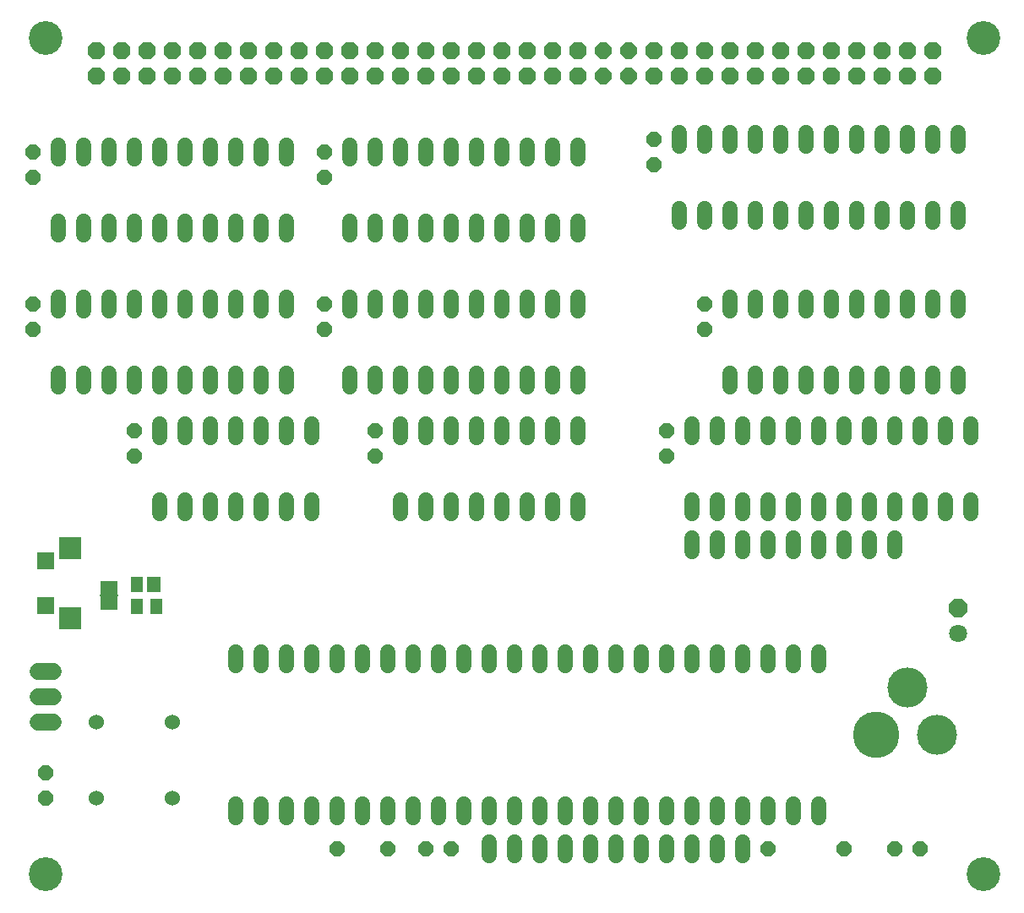
<source format=gts>
G75*
%MOIN*%
%OFA0B0*%
%FSLAX24Y24*%
%IPPOS*%
%LPD*%
%AMOC8*
5,1,8,0,0,1.08239X$1,22.5*
%
%ADD10C,0.1330*%
%ADD11C,0.0600*%
%ADD12C,0.0600*%
%ADD13R,0.0710X0.0540*%
%ADD14R,0.0720X0.0060*%
%ADD15C,0.0680*%
%ADD16OC8,0.0680*%
%ADD17R,0.0474X0.0647*%
%ADD18R,0.0552X0.0647*%
%ADD19R,0.0680X0.0680*%
%ADD20R,0.0905X0.0905*%
%ADD21OC8,0.0600*%
%ADD22C,0.1830*%
%ADD23C,0.1580*%
%ADD24OC8,0.0640*%
%ADD25OC8,0.0710*%
%ADD26C,0.0710*%
D10*
X001680Y001680D03*
X001680Y034680D03*
X038680Y034680D03*
X038680Y001680D03*
D11*
X032180Y003920D02*
X032180Y004440D01*
X031180Y004440D02*
X031180Y003920D01*
X030180Y003920D02*
X030180Y004440D01*
X029180Y004440D02*
X029180Y003920D01*
X029180Y002940D02*
X029180Y002420D01*
X028180Y002420D02*
X028180Y002940D01*
X028180Y003920D02*
X028180Y004440D01*
X027180Y004440D02*
X027180Y003920D01*
X027180Y002940D02*
X027180Y002420D01*
X026180Y002420D02*
X026180Y002940D01*
X026180Y003920D02*
X026180Y004440D01*
X025180Y004440D02*
X025180Y003920D01*
X025180Y002940D02*
X025180Y002420D01*
X024180Y002420D02*
X024180Y002940D01*
X024180Y003920D02*
X024180Y004440D01*
X023180Y004440D02*
X023180Y003920D01*
X023180Y002940D02*
X023180Y002420D01*
X022180Y002420D02*
X022180Y002940D01*
X022180Y003920D02*
X022180Y004440D01*
X021180Y004440D02*
X021180Y003920D01*
X021180Y002940D02*
X021180Y002420D01*
X020180Y002420D02*
X020180Y002940D01*
X020180Y003920D02*
X020180Y004440D01*
X019180Y004440D02*
X019180Y003920D01*
X019180Y002940D02*
X019180Y002420D01*
X018180Y003920D02*
X018180Y004440D01*
X017180Y004440D02*
X017180Y003920D01*
X016180Y003920D02*
X016180Y004440D01*
X015180Y004440D02*
X015180Y003920D01*
X014180Y003920D02*
X014180Y004440D01*
X013180Y004440D02*
X013180Y003920D01*
X012180Y003920D02*
X012180Y004440D01*
X011180Y004440D02*
X011180Y003920D01*
X010180Y003920D02*
X010180Y004440D01*
X009180Y004440D02*
X009180Y003920D01*
X009180Y009920D02*
X009180Y010440D01*
X010180Y010440D02*
X010180Y009920D01*
X011180Y009920D02*
X011180Y010440D01*
X012180Y010440D02*
X012180Y009920D01*
X013180Y009920D02*
X013180Y010440D01*
X014180Y010440D02*
X014180Y009920D01*
X015180Y009920D02*
X015180Y010440D01*
X016180Y010440D02*
X016180Y009920D01*
X017180Y009920D02*
X017180Y010440D01*
X018180Y010440D02*
X018180Y009920D01*
X019180Y009920D02*
X019180Y010440D01*
X020180Y010440D02*
X020180Y009920D01*
X021180Y009920D02*
X021180Y010440D01*
X022180Y010440D02*
X022180Y009920D01*
X023180Y009920D02*
X023180Y010440D01*
X024180Y010440D02*
X024180Y009920D01*
X025180Y009920D02*
X025180Y010440D01*
X026180Y010440D02*
X026180Y009920D01*
X027180Y009920D02*
X027180Y010440D01*
X028180Y010440D02*
X028180Y009920D01*
X029180Y009920D02*
X029180Y010440D01*
X030180Y010440D02*
X030180Y009920D01*
X031180Y009920D02*
X031180Y010440D01*
X032180Y010440D02*
X032180Y009920D01*
X032180Y014420D02*
X032180Y014940D01*
X032180Y015920D02*
X032180Y016440D01*
X031180Y016440D02*
X031180Y015920D01*
X031180Y014940D02*
X031180Y014420D01*
X030180Y014420D02*
X030180Y014940D01*
X030180Y015920D02*
X030180Y016440D01*
X029180Y016440D02*
X029180Y015920D01*
X029180Y014940D02*
X029180Y014420D01*
X028180Y014420D02*
X028180Y014940D01*
X028180Y015920D02*
X028180Y016440D01*
X027180Y016440D02*
X027180Y015920D01*
X027180Y014940D02*
X027180Y014420D01*
X022680Y015920D02*
X022680Y016440D01*
X021680Y016440D02*
X021680Y015920D01*
X020680Y015920D02*
X020680Y016440D01*
X019680Y016440D02*
X019680Y015920D01*
X018680Y015920D02*
X018680Y016440D01*
X017680Y016440D02*
X017680Y015920D01*
X016680Y015920D02*
X016680Y016440D01*
X015680Y016440D02*
X015680Y015920D01*
X012180Y015920D02*
X012180Y016440D01*
X011180Y016440D02*
X011180Y015920D01*
X010180Y015920D02*
X010180Y016440D01*
X009180Y016440D02*
X009180Y015920D01*
X008180Y015920D02*
X008180Y016440D01*
X007180Y016440D02*
X007180Y015920D01*
X006180Y015920D02*
X006180Y016440D01*
X006180Y018920D02*
X006180Y019440D01*
X007180Y019440D02*
X007180Y018920D01*
X008180Y018920D02*
X008180Y019440D01*
X009180Y019440D02*
X009180Y018920D01*
X010180Y018920D02*
X010180Y019440D01*
X011180Y019440D02*
X011180Y018920D01*
X012180Y018920D02*
X012180Y019440D01*
X011180Y020920D02*
X011180Y021440D01*
X010180Y021440D02*
X010180Y020920D01*
X009180Y020920D02*
X009180Y021440D01*
X008180Y021440D02*
X008180Y020920D01*
X007180Y020920D02*
X007180Y021440D01*
X006180Y021440D02*
X006180Y020920D01*
X005180Y020920D02*
X005180Y021440D01*
X004180Y021440D02*
X004180Y020920D01*
X003180Y020920D02*
X003180Y021440D01*
X002180Y021440D02*
X002180Y020920D01*
X002180Y023920D02*
X002180Y024440D01*
X003180Y024440D02*
X003180Y023920D01*
X004180Y023920D02*
X004180Y024440D01*
X005180Y024440D02*
X005180Y023920D01*
X006180Y023920D02*
X006180Y024440D01*
X007180Y024440D02*
X007180Y023920D01*
X008180Y023920D02*
X008180Y024440D01*
X009180Y024440D02*
X009180Y023920D01*
X010180Y023920D02*
X010180Y024440D01*
X011180Y024440D02*
X011180Y023920D01*
X013680Y023920D02*
X013680Y024440D01*
X014680Y024440D02*
X014680Y023920D01*
X015680Y023920D02*
X015680Y024440D01*
X016680Y024440D02*
X016680Y023920D01*
X017680Y023920D02*
X017680Y024440D01*
X018680Y024440D02*
X018680Y023920D01*
X019680Y023920D02*
X019680Y024440D01*
X020680Y024440D02*
X020680Y023920D01*
X021680Y023920D02*
X021680Y024440D01*
X022680Y024440D02*
X022680Y023920D01*
X022680Y021440D02*
X022680Y020920D01*
X021680Y020920D02*
X021680Y021440D01*
X020680Y021440D02*
X020680Y020920D01*
X019680Y020920D02*
X019680Y021440D01*
X018680Y021440D02*
X018680Y020920D01*
X017680Y020920D02*
X017680Y021440D01*
X016680Y021440D02*
X016680Y020920D01*
X015680Y020920D02*
X015680Y021440D01*
X014680Y021440D02*
X014680Y020920D01*
X013680Y020920D02*
X013680Y021440D01*
X015680Y019440D02*
X015680Y018920D01*
X016680Y018920D02*
X016680Y019440D01*
X017680Y019440D02*
X017680Y018920D01*
X018680Y018920D02*
X018680Y019440D01*
X019680Y019440D02*
X019680Y018920D01*
X020680Y018920D02*
X020680Y019440D01*
X021680Y019440D02*
X021680Y018920D01*
X022680Y018920D02*
X022680Y019440D01*
X027180Y019440D02*
X027180Y018920D01*
X028180Y018920D02*
X028180Y019440D01*
X029180Y019440D02*
X029180Y018920D01*
X030180Y018920D02*
X030180Y019440D01*
X031180Y019440D02*
X031180Y018920D01*
X032180Y018920D02*
X032180Y019440D01*
X033180Y019440D02*
X033180Y018920D01*
X034180Y018920D02*
X034180Y019440D01*
X035180Y019440D02*
X035180Y018920D01*
X036180Y018920D02*
X036180Y019440D01*
X037180Y019440D02*
X037180Y018920D01*
X038180Y018920D02*
X038180Y019440D01*
X037680Y020920D02*
X037680Y021440D01*
X036680Y021440D02*
X036680Y020920D01*
X035680Y020920D02*
X035680Y021440D01*
X034680Y021440D02*
X034680Y020920D01*
X033680Y020920D02*
X033680Y021440D01*
X032680Y021440D02*
X032680Y020920D01*
X031680Y020920D02*
X031680Y021440D01*
X030680Y021440D02*
X030680Y020920D01*
X029680Y020920D02*
X029680Y021440D01*
X028680Y021440D02*
X028680Y020920D01*
X028680Y023920D02*
X028680Y024440D01*
X029680Y024440D02*
X029680Y023920D01*
X030680Y023920D02*
X030680Y024440D01*
X031680Y024440D02*
X031680Y023920D01*
X032680Y023920D02*
X032680Y024440D01*
X033680Y024440D02*
X033680Y023920D01*
X034680Y023920D02*
X034680Y024440D01*
X035680Y024440D02*
X035680Y023920D01*
X036680Y023920D02*
X036680Y024440D01*
X037680Y024440D02*
X037680Y023920D01*
X037680Y027420D02*
X037680Y027940D01*
X036680Y027940D02*
X036680Y027420D01*
X035680Y027420D02*
X035680Y027940D01*
X034680Y027940D02*
X034680Y027420D01*
X033680Y027420D02*
X033680Y027940D01*
X032680Y027940D02*
X032680Y027420D01*
X031680Y027420D02*
X031680Y027940D01*
X030680Y027940D02*
X030680Y027420D01*
X029680Y027420D02*
X029680Y027940D01*
X028680Y027940D02*
X028680Y027420D01*
X027680Y027420D02*
X027680Y027940D01*
X026680Y027940D02*
X026680Y027420D01*
X026680Y030420D02*
X026680Y030940D01*
X027680Y030940D02*
X027680Y030420D01*
X028680Y030420D02*
X028680Y030940D01*
X029680Y030940D02*
X029680Y030420D01*
X030680Y030420D02*
X030680Y030940D01*
X031680Y030940D02*
X031680Y030420D01*
X032680Y030420D02*
X032680Y030940D01*
X033680Y030940D02*
X033680Y030420D01*
X034680Y030420D02*
X034680Y030940D01*
X035680Y030940D02*
X035680Y030420D01*
X036680Y030420D02*
X036680Y030940D01*
X037680Y030940D02*
X037680Y030420D01*
X022680Y030440D02*
X022680Y029920D01*
X021680Y029920D02*
X021680Y030440D01*
X020680Y030440D02*
X020680Y029920D01*
X019680Y029920D02*
X019680Y030440D01*
X018680Y030440D02*
X018680Y029920D01*
X017680Y029920D02*
X017680Y030440D01*
X016680Y030440D02*
X016680Y029920D01*
X015680Y029920D02*
X015680Y030440D01*
X014680Y030440D02*
X014680Y029920D01*
X013680Y029920D02*
X013680Y030440D01*
X011180Y030440D02*
X011180Y029920D01*
X010180Y029920D02*
X010180Y030440D01*
X009180Y030440D02*
X009180Y029920D01*
X008180Y029920D02*
X008180Y030440D01*
X007180Y030440D02*
X007180Y029920D01*
X006180Y029920D02*
X006180Y030440D01*
X005180Y030440D02*
X005180Y029920D01*
X004180Y029920D02*
X004180Y030440D01*
X003180Y030440D02*
X003180Y029920D01*
X002180Y029920D02*
X002180Y030440D01*
X002180Y027440D02*
X002180Y026920D01*
X003180Y026920D02*
X003180Y027440D01*
X004180Y027440D02*
X004180Y026920D01*
X005180Y026920D02*
X005180Y027440D01*
X006180Y027440D02*
X006180Y026920D01*
X007180Y026920D02*
X007180Y027440D01*
X008180Y027440D02*
X008180Y026920D01*
X009180Y026920D02*
X009180Y027440D01*
X010180Y027440D02*
X010180Y026920D01*
X011180Y026920D02*
X011180Y027440D01*
X013680Y027440D02*
X013680Y026920D01*
X014680Y026920D02*
X014680Y027440D01*
X015680Y027440D02*
X015680Y026920D01*
X016680Y026920D02*
X016680Y027440D01*
X017680Y027440D02*
X017680Y026920D01*
X018680Y026920D02*
X018680Y027440D01*
X019680Y027440D02*
X019680Y026920D01*
X020680Y026920D02*
X020680Y027440D01*
X021680Y027440D02*
X021680Y026920D01*
X022680Y026920D02*
X022680Y027440D01*
X033180Y016440D02*
X033180Y015920D01*
X033180Y014940D02*
X033180Y014420D01*
X034180Y014420D02*
X034180Y014940D01*
X034180Y015920D02*
X034180Y016440D01*
X035180Y016440D02*
X035180Y015920D01*
X035180Y014940D02*
X035180Y014420D01*
X036180Y015920D02*
X036180Y016440D01*
X037180Y016440D02*
X037180Y015920D01*
X038180Y015920D02*
X038180Y016440D01*
D12*
X006680Y007680D03*
X003680Y007680D03*
X003680Y004680D03*
X006680Y004680D03*
D13*
X004180Y012380D03*
X004180Y012980D03*
D14*
X004180Y012680D03*
D15*
X001980Y009680D02*
X001380Y009680D01*
X001380Y008680D02*
X001980Y008680D01*
X001980Y007680D02*
X001380Y007680D01*
D16*
X003680Y033180D03*
X004680Y033180D03*
X004680Y034180D03*
X003680Y034180D03*
X005680Y034180D03*
X006680Y034180D03*
X006680Y033180D03*
X005680Y033180D03*
X007680Y033180D03*
X008680Y033180D03*
X009680Y033180D03*
X009680Y034180D03*
X008680Y034180D03*
X007680Y034180D03*
X010680Y034180D03*
X011680Y034180D03*
X011680Y033180D03*
X010680Y033180D03*
X012680Y033180D03*
X013680Y033180D03*
X013680Y034180D03*
X012680Y034180D03*
X014680Y034180D03*
X015680Y034180D03*
X015680Y033180D03*
X014680Y033180D03*
X016680Y033180D03*
X017680Y033180D03*
X017680Y034180D03*
X016680Y034180D03*
X018680Y034180D03*
X019680Y034180D03*
X019680Y033180D03*
X018680Y033180D03*
X020680Y033180D03*
X021680Y033180D03*
X021680Y034180D03*
X020680Y034180D03*
X022680Y034180D03*
X022680Y033180D03*
X025680Y033180D03*
X025680Y034180D03*
X026680Y034180D03*
X027680Y034180D03*
X027680Y033180D03*
X026680Y033180D03*
X028680Y033180D03*
X029680Y033180D03*
X029680Y034180D03*
X028680Y034180D03*
X030680Y034180D03*
X031680Y034180D03*
X032680Y034180D03*
X032680Y033180D03*
X031680Y033180D03*
X030680Y033180D03*
X033680Y033180D03*
X034680Y033180D03*
X034680Y034180D03*
X033680Y034180D03*
X035680Y034180D03*
X036680Y034180D03*
X036680Y033180D03*
X035680Y033180D03*
D17*
X006054Y012247D03*
X005306Y012247D03*
X005306Y013113D03*
D18*
X005975Y013113D03*
D19*
X001690Y012295D03*
X001690Y014065D03*
D20*
X002670Y014560D03*
X002670Y011800D03*
D21*
X001680Y005680D03*
X001680Y004680D03*
X013180Y002680D03*
X015180Y002680D03*
X016680Y002680D03*
X017680Y002680D03*
X030180Y002680D03*
X033180Y002680D03*
X035180Y002680D03*
X036180Y002680D03*
X026180Y018180D03*
X026180Y019180D03*
X027680Y023180D03*
X027680Y024180D03*
X025680Y029680D03*
X025680Y030680D03*
X012680Y030180D03*
X012680Y029180D03*
X012680Y024180D03*
X012680Y023180D03*
X014680Y019180D03*
X014680Y018180D03*
X005180Y018180D03*
X005180Y019180D03*
X001180Y023180D03*
X001180Y024180D03*
X001180Y029180D03*
X001180Y030180D03*
D22*
X034460Y007180D03*
D23*
X035680Y009070D03*
X036861Y007180D03*
D24*
X024680Y033180D03*
X024680Y034180D03*
X023680Y034180D03*
X023680Y033180D03*
D25*
X037680Y012180D03*
D26*
X037680Y011180D03*
M02*

</source>
